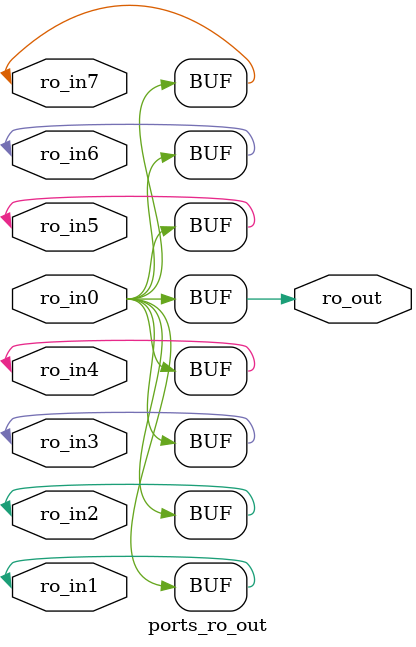
<source format=v>
`timescale 1ns / 1ps


module ports_ro_out(  input ro_in0,
                    input ro_in1,
                    input ro_in2,
                    input ro_in3,
                    input ro_in4,
                    input ro_in5,
                    input ro_in6,
                    input ro_in7,
                    output ro_out
    );
    assign ro_out = ro_in0;
    assign ro_out = ro_in1;
    assign ro_out = ro_in2;
    assign ro_out = ro_in3;
    assign ro_out = ro_in4;
    assign ro_out = ro_in5;
    assign ro_out = ro_in6;
    assign ro_out = ro_in7;
    
endmodule

</source>
